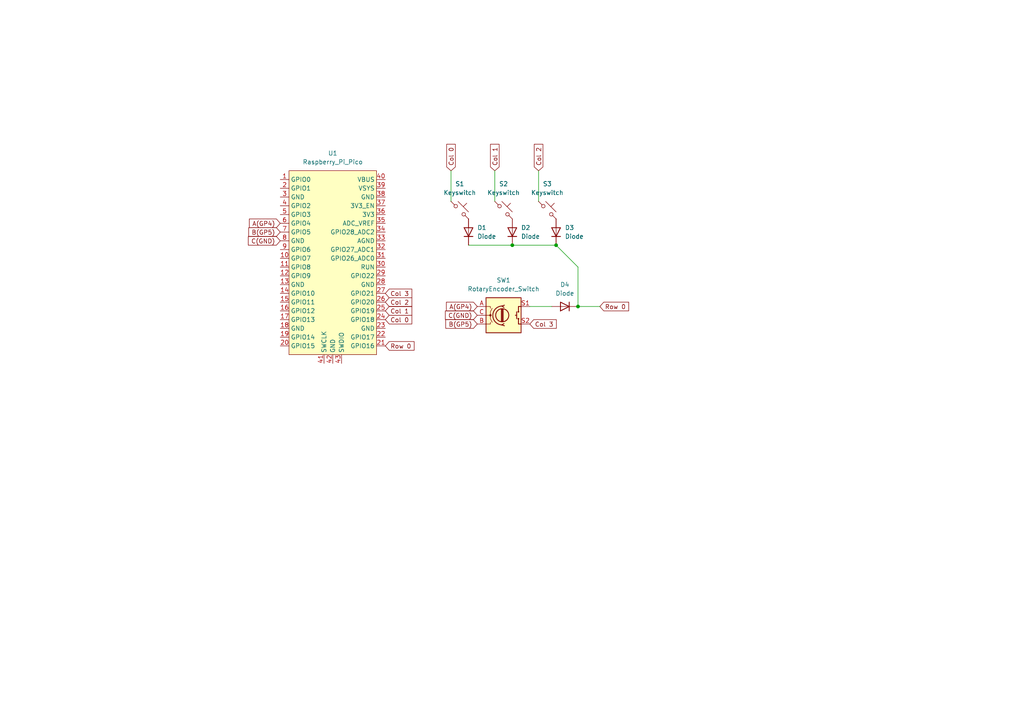
<source format=kicad_sch>
(kicad_sch (version 20230121) (generator eeschema)
  (paper "A4")
  (lib_symbols
    (symbol "Device:RotaryEncoder_Switch" (pin_names (offset 0.254) hide)
      (property "Reference" "SW" (at 0 6.604 0))
      (property "Value" "RotaryEncoder_Switch" (at 0 -6.604 0))
      (symbol "RotaryEncoder_Switch_0_1"
        (rectangle (start -5.08 5.08) (end 5.08 -5.08) (stroke (width 0.254)) (fill (type background)))
        (circle (center -3.81 0) (radius 0.254) (fill (type outline)))
        (circle (center -0.381 0) (radius 1.905) (stroke (width 0.254)))
        (arc (start -0.381 2.667) (mid -3.0988 -0.0635) (end -0.381 -2.794) (stroke (width 0.254)))
        (polyline (pts (xy -0.635 -1.778) (xy -0.635 1.778)) (stroke (width 0.254)))
        (polyline (pts (xy -0.381 -1.778) (xy -0.381 1.778)) (stroke (width 0.254)))
        (polyline (pts (xy -0.127 1.778) (xy -0.127 -1.778)) (stroke (width 0.254)))
        (polyline (pts (xy 3.81 0) (xy 3.429 0)) (stroke (width 0.254)))
        (polyline (pts (xy 3.81 1.016) (xy 3.81 -1.016)) (stroke (width 0.254)))
        (polyline (pts (xy -5.08 -2.54) (xy -3.81 -2.54) (xy -3.81 -2.032)))
        (polyline (pts (xy -5.08 2.54) (xy -3.81 2.54) (xy -3.81 2.032)))
        (polyline (pts (xy 0.254 -3.048) (xy -0.508 -2.794) (xy 0.127 -2.413)) (stroke (width 0.254)))
        (polyline (pts (xy 0.254 2.921) (xy -0.508 2.667) (xy 0.127 2.286)) (stroke (width 0.254)))
        (polyline (pts (xy 5.08 -2.54) (xy 4.318 -2.54) (xy 4.318 -1.016)) (stroke (width 0.254)))
        (polyline (pts (xy 5.08 2.54) (xy 4.318 2.54) (xy 4.318 1.016)) (stroke (width 0.254)))
        (polyline (pts (xy -5.08 0) (xy -3.81 0) (xy -3.81 -1.016) (xy -3.302 -2.032)))
        (polyline (pts (xy -4.318 0) (xy -3.81 0) (xy -3.81 1.016) (xy -3.302 2.032)))
        (circle (center 4.318 -1.016) (radius 0.127) (stroke (width 0.254)))
        (circle (center 4.318 1.016) (radius 0.127) (stroke (width 0.254)))
      )
      (symbol "RotaryEncoder_Switch_1_1"
        (pin passive line (at -7.62 2.54 0) (length 2.54) (name "A") (number "A"))
        (pin passive line (at -7.62 -2.54 0) (length 2.54) (name "B") (number "B"))
        (pin passive line (at -7.62 0 0) (length 2.54) (name "C") (number "C"))
        (pin passive line (at 7.62 2.54 180) (length 2.54) (name "S1") (number "S1"))
        (pin passive line (at 7.62 -2.54 180) (length 2.54) (name "S2") (number "S2"))
      )
    )
    (symbol "ScottoKeebs:MCU_Raspberry_Pi_Pico"
      (property "Reference" "U" (at 0 0 0))
      (property "Value" "Raspberry_Pi_Pico" (at 0 27.94 0))
      (symbol "MCU_Raspberry_Pi_Pico_0_1"
        (rectangle (start -12.7 26.67) (end 12.7 -26.67) (fill (type background)))
      )
      (symbol "MCU_Raspberry_Pi_Pico_1_1"
        (pin bidirectional line (at -15.24 24.13 0) (length 2.54) (name "GPIO0") (number "1"))
        (pin bidirectional line (at -15.24 1.27 0) (length 2.54) (name "GPIO7") (number "10"))
        (pin bidirectional line (at -15.24 -1.27 0) (length 2.54) (name "GPIO8") (number "11"))
        (pin bidirectional line (at -15.24 -3.81 0) (length 2.54) (name "GPIO9") (number "12"))
        (pin power_in line (at -15.24 -6.35 0) (length 2.54) (name "GND") (number "13"))
        (pin bidirectional line (at -15.24 -8.89 0) (length 2.54) (name "GPIO10") (number "14"))
        (pin bidirectional line (at -15.24 -11.43 0) (length 2.54) (name "GPIO11") (number "15"))
        (pin bidirectional line (at -15.24 -13.97 0) (length 2.54) (name "GPIO12") (number "16"))
        (pin bidirectional line (at -15.24 -16.51 0) (length 2.54) (name "GPIO13") (number "17"))
        (pin power_in line (at -15.24 -19.05 0) (length 2.54) (name "GND") (number "18"))
        (pin bidirectional line (at -15.24 -21.59 0) (length 2.54) (name "GPIO14") (number "19"))
        (pin bidirectional line (at -15.24 21.59 0) (length 2.54) (name "GPIO1") (number "2"))
        (pin bidirectional line (at -15.24 -24.13 0) (length 2.54) (name "GPIO15") (number "20"))
        (pin bidirectional line (at 15.24 -24.13 180) (length 2.54) (name "GPIO16") (number "21"))
        (pin bidirectional line (at 15.24 -21.59 180) (length 2.54) (name "GPIO17") (number "22"))
        (pin power_in line (at 15.24 -19.05 180) (length 2.54) (name "GND") (number "23"))
        (pin bidirectional line (at 15.24 -16.51 180) (length 2.54) (name "GPIO18") (number "24"))
        (pin bidirectional line (at 15.24 -13.97 180) (length 2.54) (name "GPIO19") (number "25"))
        (pin bidirectional line (at 15.24 -11.43 180) (length 2.54) (name "GPIO20") (number "26"))
        (pin bidirectional line (at 15.24 -8.89 180) (length 2.54) (name "GPIO21") (number "27"))
        (pin power_in line (at 15.24 -6.35 180) (length 2.54) (name "GND") (number "28"))
        (pin bidirectional line (at 15.24 -3.81 180) (length 2.54) (name "GPIO22") (number "29"))
        (pin power_in line (at -15.24 19.05 0) (length 2.54) (name "GND") (number "3"))
        (pin input line (at 15.24 -1.27 180) (length 2.54) (name "RUN") (number "30"))
        (pin bidirectional line (at 15.24 1.27 180) (length 2.54) (name "GPIO26_ADC0") (number "31"))
        (pin bidirectional line (at 15.24 3.81 180) (length 2.54) (name "GPIO27_ADC1") (number "32"))
        (pin power_in line (at 15.24 6.35 180) (length 2.54) (name "AGND") (number "33"))
        (pin bidirectional line (at 15.24 8.89 180) (length 2.54) (name "GPIO28_ADC2") (number "34"))
        (pin power_in line (at 15.24 11.43 180) (length 2.54) (name "ADC_VREF") (number "35"))
        (pin power_in line (at 15.24 13.97 180) (length 2.54) (name "3V3") (number "36"))
        (pin input line (at 15.24 16.51 180) (length 2.54) (name "3V3_EN") (number "37"))
        (pin bidirectional line (at 15.24 19.05 180) (length 2.54) (name "GND") (number "38"))
        (pin power_in line (at 15.24 21.59 180) (length 2.54) (name "VSYS") (number "39"))
        (pin bidirectional line (at -15.24 16.51 0) (length 2.54) (name "GPIO2") (number "4"))
        (pin power_in line (at 15.24 24.13 180) (length 2.54) (name "VBUS") (number "40"))
        (pin input line (at -2.54 -29.21 90) (length 2.54) (name "SWCLK") (number "41"))
        (pin power_in line (at 0 -29.21 90) (length 2.54) (name "GND") (number "42"))
        (pin bidirectional line (at 2.54 -29.21 90) (length 2.54) (name "SWDIO") (number "43"))
        (pin bidirectional line (at -15.24 13.97 0) (length 2.54) (name "GPIO3") (number "5"))
        (pin bidirectional line (at -15.24 11.43 0) (length 2.54) (name "GPIO4") (number "6"))
        (pin bidirectional line (at -15.24 8.89 0) (length 2.54) (name "GPIO5") (number "7"))
        (pin power_in line (at -15.24 6.35 0) (length 2.54) (name "GND") (number "8"))
        (pin bidirectional line (at -15.24 3.81 0) (length 2.54) (name "GPIO6") (number "9"))
      )
    )
    (symbol "ScottoKeebs:Placeholder_Diode" (pin_numbers hide) (pin_names hide)
      (property "Reference" "D" (at 0 2.54 0))
      (property "Value" "Diode" (at 0 -2.54 0))
      (symbol "Placeholder_Diode_0_1"
        (polyline (pts (xy -1.27 1.27) (xy -1.27 -1.27)) (stroke (width 0.254)))
        (polyline (pts (xy 1.27 0) (xy -1.27 0)))
        (polyline (pts (xy 1.27 1.27) (xy 1.27 -1.27) (xy -1.27 0) (xy 1.27 1.27)) (stroke (width 0.254)))
      )
      (symbol "Placeholder_Diode_1_1"
        (pin passive line (at -3.81 0 0) (length 2.54) (name "K") (number "1"))
        (pin passive line (at 3.81 0 180) (length 2.54) (name "A") (number "2"))
      )
    )
    (symbol "ScottoKeebs:Placeholder_Keyswitch" (pin_numbers hide) (pin_names (offset 1.016) hide)
      (property "Reference" "S" (at 3.048 1.016 0))
      (property "Value" "Keyswitch" (at 0 -3.81 0))
      (symbol "Placeholder_Keyswitch_0_1"
        (circle (center -1.1684 1.1684) (radius 0.508))
        (polyline (pts (xy -0.508 2.54) (xy 2.54 -0.508)))
        (polyline (pts (xy 1.016 1.016) (xy 2.032 2.032)))
        (polyline (pts (xy -2.54 2.54) (xy -1.524 1.524) (xy -1.524 1.524)))
        (polyline (pts (xy 1.524 -1.524) (xy 2.54 -2.54) (xy 2.54 -2.54) (xy 2.54 -2.54)))
        (circle (center 1.143 -1.1938) (radius 0.508))
        (pin passive line (at -2.54 2.54 0) (length 0) (name "1") (number "1"))
        (pin passive line (at 2.54 -2.54 180) (length 0) (name "2") (number "2"))
      )
    )
  )
  (junction (at 161.29 71.12))
  (junction (at 167.64 88.9))
  (junction (at 148.59 71.12))
  (wire (pts (xy 148.59 71.12) (xy 161.29 71.12)))
  (wire (pts (xy 167.64 77.47) (xy 161.29 71.12)))
  (wire (pts (xy 143.51 49.53) (xy 143.51 58.42)))
  (wire (pts (xy 153.67 88.9) (xy 160.02 88.9)))
  (wire (pts (xy 167.64 88.9) (xy 167.64 77.47)))
  (wire (pts (xy 156.21 49.53) (xy 156.21 58.42)))
  (wire (pts (xy 130.81 49.53) (xy 130.81 58.42)))
  (wire (pts (xy 167.64 88.9) (xy 173.99 88.9)))
  (wire (pts (xy 135.89 71.12) (xy 148.59 71.12)))
  (global_label "Row 0" (shape input) (at 111.76 100.33 0) (property "Intersheetrefs" "${INTERSHEET_REFS}" (effects hide)))
  (global_label "Col 2" (shape input) (at 111.76 87.63 0) (property "Intersheetrefs" "${INTERSHEET_REFS}" (effects hide)))
  (global_label "Col 1" (shape input) (at 111.76 90.17 0) (property "Intersheetrefs" "${INTERSHEET_REFS}" (effects hide)))
  (global_label "Col 3" (shape input) (at 153.67 93.98 0) (property "Intersheetrefs" "${INTERSHEET_REFS}" (effects hide)))
  (global_label "Row 0" (shape input) (at 173.99 88.9 0) (property "Intersheetrefs" "${INTERSHEET_REFS}" (effects hide)))
  (global_label "B(GP5)" (shape input) (at 81.28 67.31 180) (property "Intersheetrefs" "${INTERSHEET_REFS}" (effects hide)))
  (global_label "A(GP4)" (shape input) (at 81.28 64.77 180) (property "Intersheetrefs" "${INTERSHEET_REFS}" (effects hide)))
  (global_label "Col 2" (shape input) (at 156.21 49.53 90) (property "Intersheetrefs" "${INTERSHEET_REFS}" (effects hide)))
  (global_label "Col 0" (shape input) (at 111.76 92.71 0) (property "Intersheetrefs" "${INTERSHEET_REFS}" (effects hide)))
  (global_label "Col 0" (shape input) (at 130.81 49.53 90) (property "Intersheetrefs" "${INTERSHEET_REFS}" (effects hide)))
  (global_label "Col 3" (shape input) (at 111.76 85.09 0) (property "Intersheetrefs" "${INTERSHEET_REFS}" (effects hide)))
  (global_label "C(GND)" (shape input) (at 81.28 69.85 180) (property "Intersheetrefs" "${INTERSHEET_REFS}" (effects hide)))
  (global_label "B(GP5)" (shape input) (at 138.43 93.98 180) (property "Intersheetrefs" "${INTERSHEET_REFS}" (effects hide)))
  (global_label "A(GP4)" (shape input) (at 138.43 88.9 180) (property "Intersheetrefs" "${INTERSHEET_REFS}" (effects hide)))
  (global_label "Col 1" (shape input) (at 143.51 49.53 90) (property "Intersheetrefs" "${INTERSHEET_REFS}" (effects hide)))
  (global_label "C(GND)" (shape input) (at 138.43 91.44 180) (property "Intersheetrefs" "${INTERSHEET_REFS}" (effects hide)))
  (symbol (lib_id "ScottoKeebs:Placeholder_Diode") (at 163.83 88.9 180) (unit 1)
    (property "Reference" "D4" (at 163.83 82.55 0))
    (property "Value" "Diode" (at 163.83 85.09 0))
    (property "Footprint" "ScottoKeebs_Components:Diode_DO-35" (effects hide))
    (property "Sim.Device" "D" (effects hide))
    (property "Sim.Pins" "1=K 2=A" (effects hide))
  )
  (symbol (lib_id "ScottoKeebs:Placeholder_Keyswitch") (at 146.05 60.96 0) (unit 1)
    (property "Reference" "S2" (at 146.05 53.34 0))
    (property "Value" "Keyswitch" (at 146.05 55.88 0))
    (property "Footprint" "ScottoKeebs_MX:MX_PCB_1.00u" (effects hide))
  )
  (symbol (lib_id "ScottoKeebs:Placeholder_Diode") (at 161.29 67.31 90) (unit 1)
    (property "Reference" "D3" (at 163.83 66.04 90) (effects (justify right)))
    (property "Value" "Diode" (at 163.83 68.58 90) (effects (justify right)))
    (property "Footprint" "ScottoKeebs_Components:Diode_DO-35" (effects hide))
    (property "Sim.Device" "D" (effects hide))
    (property "Sim.Pins" "1=K 2=A" (effects hide))
  )
  (symbol (lib_id "ScottoKeebs:MCU_Raspberry_Pi_Pico") (at 96.52 76.2 0) (unit 1)
    (property "Reference" "U1" (at 96.52 44.45 0))
    (property "Value" "Raspberry_Pi_Pico" (at 96.52 46.99 0))
    (property "Footprint" "ScottoKeebs_MCU:Raspberry_Pi_Pico" (effects hide))
  )
  (symbol (lib_id "Device:RotaryEncoder_Switch") (at 146.05 91.44 0) (unit 1)
    (property "Reference" "SW1" (at 146.05 81.28 0))
    (property "Value" "RotaryEncoder_Switch" (at 146.05 83.82 0))
    (property "Footprint" "Rotary_Encoder:RotaryEncoder_Alps_EC11E-Switch_Vertical_H20mm" (effects hide))
  )
  (symbol (lib_id "ScottoKeebs:Placeholder_Diode") (at 135.89 67.31 90) (unit 1)
    (property "Reference" "D1" (at 138.43 66.04 90) (effects (justify right)))
    (property "Value" "Diode" (at 138.43 68.58 90) (effects (justify right)))
    (property "Footprint" "ScottoKeebs_Components:Diode_DO-35" (effects hide))
    (property "Sim.Device" "D" (effects hide))
    (property "Sim.Pins" "1=K 2=A" (effects hide))
  )
  (symbol (lib_id "ScottoKeebs:Placeholder_Diode") (at 148.59 67.31 90) (unit 1)
    (property "Reference" "D2" (at 151.13 66.04 90) (effects (justify right)))
    (property "Value" "Diode" (at 151.13 68.58 90) (effects (justify right)))
    (property "Footprint" "ScottoKeebs_Components:Diode_DO-35" (effects hide))
    (property "Sim.Device" "D" (effects hide))
    (property "Sim.Pins" "1=K 2=A" (effects hide))
  )
  (symbol (lib_id "ScottoKeebs:Placeholder_Keyswitch") (at 158.75 60.96 0) (unit 1)
    (property "Reference" "S3" (at 158.75 53.34 0))
    (property "Value" "Keyswitch" (at 158.75 55.88 0))
    (property "Footprint" "ScottoKeebs_MX:MX_PCB_1.00u" (effects hide))
  )
  (symbol (lib_id "ScottoKeebs:Placeholder_Keyswitch") (at 133.35 60.96 0) (unit 1)
    (property "Reference" "S1" (at 133.35 53.34 0))
    (property "Value" "Keyswitch" (at 133.35 55.88 0))
    (property "Footprint" "ScottoKeebs_MX:MX_PCB_1.00u" (effects hide))
  )
)
</source>
